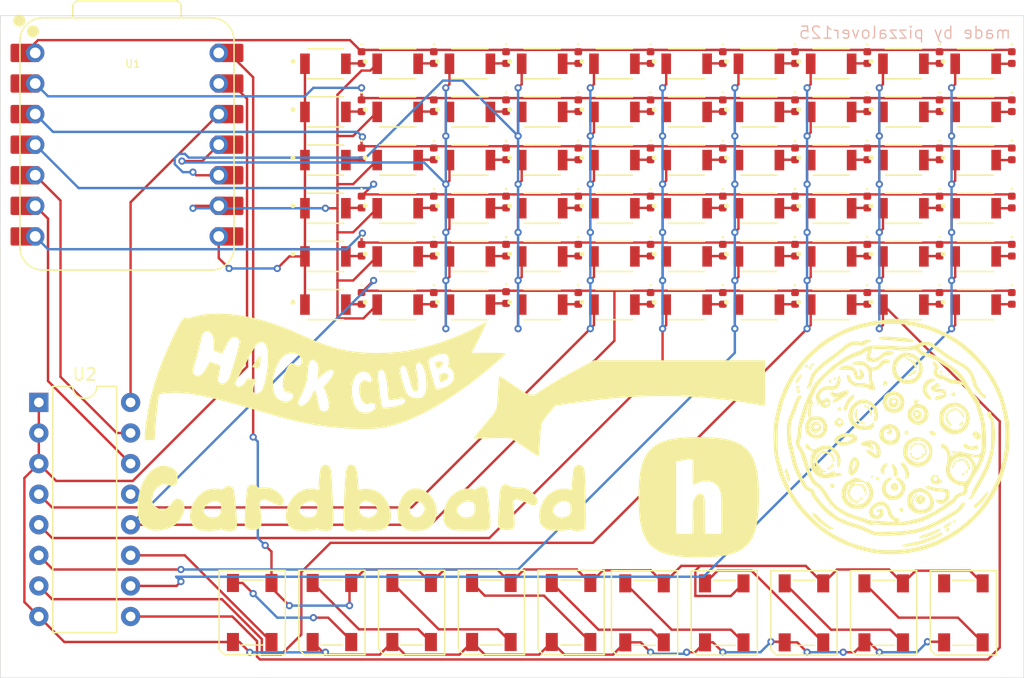
<source format=kicad_pcb>
(kicad_pcb (version 20240108) (generator "pcbnew") (generator_version "8.0")
  (layers (0 "F.Cu" signal) (31 "B.Cu" signal) (34 "B.Paste" user) (35 "F.Paste" user) (36 "B.SilkS" user "B.Silkscreen") (37 "F.SilkS" user "F.Silkscreen") (38 "B.Mask" user) (39 "F.Mask" user) (44 "Edge.Cuts" user))
  (net 0 "")
  (net 1 "SDA")
  (net 2 "GND")
  (net 3 "Net-(D61-A)")
  (net 4 "SCL")
  (net 5 "+5V")
  (net 6 "Net-(D1-A)")
  (net 7 "R1")
  (net 8 "R2")
  (net 9 "Net-(D2-A)")
  (net 10 "R3")
  (net 11 "Net-(D3-A)")
  (net 12 "Net-(D4-A)")
  (net 13 "R4")
  (net 14 "R5")
  (net 15 "Net-(D5-A)")
  (net 16 "Net-(D6-A)")
  (net 17 "Net-(D7-A)")
  (net 18 "Net-(D8-A)")
  (net 19 "Net-(D9-A)")
  (net 20 "Net-(D10-A)")
  (net 21 "Net-(D11-A)")
  (net 22 "Net-(D12-A)")
  (net 23 "Net-(D13-A)")
  (net 24 "Net-(D14-A)")
  (net 25 "Net-(D15-A)")
  (net 26 "Net-(D16-A)")
  (net 27 "Net-(D17-A)")
  (net 28 "Net-(D18-A)")
  (net 29 "Net-(D19-A)")
  (net 30 "Net-(D20-A)")
  (net 31 "Net-(D21-A)")
  (net 32 "Net-(D22-A)")
  (net 33 "Net-(D23-A)")
  (net 34 "Net-(D24-A)")
  (net 35 "Net-(D25-A)")
  (net 36 "Net-(D26-A)")
  (net 37 "Net-(D27-A)")
  (net 38 "Net-(D28-A)")
  (net 39 "Net-(D29-A)")
  (net 40 "Net-(D30-A)")
  (net 41 "Net-(D31-A)")
  (net 42 "Net-(D32-A)")
  (net 43 "Net-(D33-A)")
  (net 44 "Net-(D34-A)")
  (net 45 "Net-(D35-A)")
  (net 46 "Net-(D36-A)")
  (net 47 "Net-(D37-A)")
  (net 48 "Net-(D38-A)")
  (net 49 "Net-(D39-A)")
  (net 50 "Net-(D40-A)")
  (net 51 "Net-(D41-A)")
  (net 52 "Net-(D42-A)")
  (net 53 "Net-(D43-A)")
  (net 54 "Net-(D44-A)")
  (net 55 "Net-(D45-A)")
  (net 56 "Net-(D46-A)")
  (net 57 "Net-(D47-A)")
  (net 58 "Net-(D48-A)")
  (net 59 "Net-(D49-A)")
  (net 60 "Net-(D50-A)")
  (net 62 "C1")
  (net 63 "C2")
  (net 64 "C3")
  (net 65 "C4")
  (net 66 "C5")
  (net 67 "C6")
  (net 68 "C7")
  (net 69 "C8")
  (net 70 "C9")
  (net 71 "C10")
  (net 72 "+3V3")
  (net 73 "DIN")
  (net 74 "Net-(D51-DOUT)")
  (net 75 "Net-(D52-DOUT)")
  (net 76 "Net-(D53-DOUT)")
  (net 77 "Net-(D54-DOUT)")
  (net 78 "Net-(D55-DOUT)")
  (net 79 "Net-(D56-DOUT)")
  (net 80 "Net-(D57-DOUT)")
  (net 81 "Net-(D58-DOUT)")
  (net 82 "Net-(D59-DOUT)")
  (net 84 "R6")
  (net 85 "Net-(D62-A)")
  (net 86 "Net-(D63-A)")
  (net 87 "Net-(D64-A)")
  (net 88 "Net-(D65-A)")
  (net 89 "Net-(D66-A)")
  (net 90 "Net-(D67-A)")
  (net 91 "Net-(D68-A)")
  (net 92 "Net-(D69-A)")
  (net 93 "Net-(D70-A)")
  (footprint "Diode_SMD:D_0402_1005Metric" (layer "F.Cu") (at 194 43.485 -90)
    (property "Reference" "D21" (hide yes))
    (property "Value" "D" (hide yes))
  )
  (footprint "button:SW_B3U-1000P" (layer "F.Cu") (at 167 64)
    (property "Reference" "SW51" (hide yes))
    (property "Value" "SW_Push" (hide yes))
  )
  (footprint "button:SW_B3U-1000P" (layer "F.Cu") (at 185 52)
    (property "Reference" "SW18" (hide yes))
    (property "Value" "SW_Push" (hide yes))
  )
  (footprint "Diode_SMD:D_0402_1005Metric" (layer "F.Cu") (at 206 59.485 -90)
    (property "Reference" "D35" (hide yes))
    (property "Value" "D" (hide yes))
  )
  (footprint "button:SW_B3U-1000P" (layer "F.Cu") (at 167 48)
    (property "Reference" "SW2" (hide yes))
    (property "Value" "SW_Push" (hide yes))
  )
  (footprint "Diode_SMD:D_0402_1005Metric" (layer "F.Cu") (at 188 55.485 -90)
    (property "Reference" "D19" (hide yes))
    (property "Value" "D" (hide yes))
  )
  (footprint "Diode_SMD:D_0402_1005Metric" (layer "F.Cu") (at 206 63.485 -90)
    (property "Reference" "D67" (hide yes))
    (property "Value" "D" (hide yes))
  )
  (footprint "Diode_SMD:D_0402_1005Metric" (layer "F.Cu") (at 224 63.485 -90)
    (property "Reference" "D70" (hide yes))
    (property "Value" "D" (hide yes))
  )
  (footprint "button:SW_B3U-1000P" (layer "F.Cu") (at 185 48)
    (property "Reference" "SW17" (hide yes))
    (property "Value" "SW_Push" (hide yes))
  )
  (footprint "button:SW_B3U-1000P" (layer "F.Cu") (at 185 56)
    (property "Reference" "SW19" (hide yes))
    (property "Value" "SW_Push" (hide yes))
  )
  (footprint "Diode_SMD:D_0402_1005Metric" (layer "F.Cu") (at 200 63.485 -90)
    (property "Reference" "D66" (hide yes))
    (property "Value" "D" (hide yes))
  )
  (footprint "button:SW_B3U-1000P" (layer "F.Cu") (at 203 64)
    (property "Reference" "SW57" (hide yes))
    (property "Value" "SW_Push" (hide yes))
  )
  (footprint "button:SW_B3U-1000P" (layer "F.Cu") (at 173 60)
    (property "Reference" "SW10" (hide yes))
    (property "Value" "SW_Push" (hide yes))
  )
  (footprint "Diode_SMD:D_0402_1005Metric" (layer "F.Cu") (at 218 43.485 -90)
    (property "Reference" "D41" (hide yes))
    (property "Value" "D" (hide yes))
  )
  (footprint "button:SW_B3U-1000P" (layer "F.Cu") (at 197 44)
    (property "Reference" "SW26" (hide yes))
    (property "Value" "SW_Push" (hide yes))
  )
  (footprint "LOGO" (layer "F.Cu") (at 214 75)
    (property "Reference" "G***" (hide yes))
    (property "Value" "LOGO" (hide yes))
  )
  (footprint "LED_SMD:LED_SK6812_PLCC4_5.0x5.0mm_P3.2mm" (layer "F.Cu") (at 180.78 89.57 90)
    (property "Reference" "D54" (hide yes))
    (property "Value" "SK6812" (hide yes))
  )
  (footprint "Diode_SMD:D_0402_1005Metric" (layer "F.Cu") (at 188 59.485 -90)
    (property "Reference" "D20" (hide yes))
    (property "Value" "D" (hide yes))
  )
  (footprint "Diode_SMD:D_0402_1005Metric" (layer "F.Cu") (at 170 47.485 -90)
    (property "Reference" "D2" (hide yes))
    (property "Value" "D" (hide yes))
  )
  (footprint "LED_SMD:LED_SK6812_PLCC4_5.0x5.0mm_P3.2mm" (layer "F.Cu") (at 193.5 89.6 90)
    (property "Reference" "D56" (hide yes))
    (property "Value" "SK6812" (hide yes))
  )
  (footprint "button:SW_B3U-1000P" (layer "F.Cu") (at 185 60)
    (property "Reference" "SW20" (hide yes))
    (property "Value" "SW_Push" (hide yes))
  )
  (footprint "Diode_SMD:D_0402_1005Metric" (layer "F.Cu") (at 182 59.485 -90)
    (property "Reference" "D15" (hide yes))
    (property "Value" "D" (hide yes))
  )
  (footprint "button:SW_B3U-1000P" (layer "F.Cu") (at 221 60)
    (property "Reference" "SW50" (hide yes))
    (property "Value" "SW_Push" (hide yes))
  )
  (footprint "button:SW_B3U-1000P" (layer "F.Cu") (at 209 56)
    (property "Reference" "SW39" (hide yes))
    (property "Value" "SW_Push" (hide yes))
  )
  (footprint "Diode_SMD:D_0402_1005Metric" (layer "F.Cu") (at 206 55.485 -90)
    (property "Reference" "D34" (hide yes))
    (property "Value" "D" (hide yes))
  )
  (footprint "button:SW_B3U-1000P" (layer "F.Cu") (at 185 44)
    (property "Reference" "SW16" (hide yes))
    (property "Value" "SW_Push" (hide yes))
  )
  (footprint "Diode_SMD:D_0402_1005Metric" (layer "F.Cu") (at 224 43.485 -90)
    (property "Reference" "D46" (hide yes))
    (property "Value" "D" (hide yes))
  )
  (footprint "Diode_SMD:D_0402_1005Metric" (layer "F.Cu") (at 176 43.485 -90)
    (property "Reference" "D6" (hide yes))
    (property "Value" "D" (hide yes))
  )
  (footprint "Diode_SMD:D_0402_1005Metric" (layer "F.Cu") (at 212 55.485 -90)
    (property "Reference" "D39" (hide yes))
    (property "Value" "D" (hide yes))
  )
  (footprint "LOGO" (layer "F.Cu") (at 170 80)
    (property "Reference" "G***" (hide yes))
    (property "Value" "LOGO" (hide yes))
  )
  (footprint "button:SW_B3U-1000P" (layer "F.Cu") (at 215 56)
    (property "Reference" "SW44" (hide yes))
    (property "Value" "SW_Push" (hide yes))
  )
  (footprint "Diode_SMD:D_0402_1005Metric" (layer "F.Cu") (at 194 59.485 -90)
    (property "Reference" "D25" (hide yes))
    (property "Value" "D" (hide yes))
  )
  (footprint "button:SW_B3U-1000P" (layer "F.Cu") (at 173 44)
    (property "Reference" "SW6" (hide yes))
    (property "Value" "SW_Push" (hide yes))
  )
  (footprint "LED_SMD:LED_SK6812_PLCC4_5.0x5.0mm_P3.2mm" (layer "F.Cu") (at 187.4 89.57 90)
    (property "Reference" "D55" (hide yes))
    (property "Value" "SK6812" (hide yes))
  )
  (footprint "Diode_SMD:D_0402_1005Metric" (layer "F.Cu") (at 224 51.485 -90)
    (property "Reference" "D48" (hide yes))
    (property "Value" "D" (hide yes))
  )
  (footprint "Diode_SMD:D_0402_1005Metric" (layer "F.Cu") (at 200 47.485 -90)
    (property "Reference" "D27" (hide yes))
    (property "Value" "D" (hide yes))
  )
  (footprint "button:SW_B3U-1000P" (layer "F.Cu") (at 221 56)
    (property "Reference" "SW49" (hide yes))
    (property "Value" "SW_Push" (hide yes))
  )
  (footprint "button:SW_B3U-1000P" (layer "F.Cu") (at 179 60)
    (property "Reference" "SW15" (hide yes))
    (property "Value" "SW_Push" (hide yes))
  )
  (footprint "LED_SMD:LED_SK6812_PLCC4_5.0x5.0mm_P3.2mm" (layer "F.Cu") (at 174.16 89.57 90)
    (property "Reference" "D53" (hide yes))
    (property "Value" "SK6812" (hide yes))
  )
  (footprint "Diode_SMD:D_0402_1005Metric" (layer "F.Cu") (at 194 47.485 -90)
    (property "Reference" "D22" (hide yes))
    (property "Value" "D" (hide yes))
  )
  (footprint "Diode_SMD:D_0402_1005Metric" (layer "F.Cu") (at 212 43.485 -90)
    (property "Reference" "D36" (hide yes))
    (property "Value" "D" (hide yes))
  )
  (footprint "button:SW_B3U-1000P" (layer "F.Cu") (at 203 52)
    (property "Reference" "SW33" (hide yes))
    (property "Value" "SW_Push" (hide yes))
  )
  (footprint "Diode_SMD:D_0402_1005Metric" (layer "F.Cu") (at 176 55.485 -90)
    (property "Reference" "D9" (hide yes))
    (property "Value" "D" (hide yes))
  )
  (footprint "Diode_SMD:D_0402_1005Metric" (layer "F.Cu") (at 188 63.485 -90)
    (property "Reference" "D64" (hide yes))
    (property "Value" "D" (hide yes))
  )
  (footprint "Diode_SMD:D_0402_1005Metric" (layer "F.Cu") (at 194 55.485 -90)
    (property "Reference" "D24" (hide yes))
    (property "Value" "D" (hide yes))
  )
  (footprint "Diode_SMD:D_0402_1005Metric" (layer "F.Cu") (at 206 51.485 -90)
    (property "Reference" "D33" (hide yes))
    (property "Value" "D" (hide yes))
  )
  (footprint "button:SW_B3U-1000P" (layer "F.Cu") (at 209 44)
    (property "Reference" "SW36" (hide yes))
    (property "Value" "SW_Push" (hide yes))
  )
  (footprint "button:SW_B3U-1000P" (layer "F.Cu") (at 203 48)
    (property "Reference" "SW32" (hide yes))
    (property "Value" "SW_Push" (hide yes))
  )
  (footprint "button:SW_B3U-1000P" (layer "F.Cu") (at 215 48)
    (property "Reference" "SW42" (hide yes))
    (property "Value" "SW_Push" (hide yes))
  )
  (footprint "LED_SMD:LED_SK6812_PLCC4_5.0x5.0mm_P3.2mm" (layer "F.Cu") (at 219.98 89.6 90)
    (property "Reference" "D60" (hide yes))
    (property "Value" "SK6812" (hide yes))
  )
  (footprint "Diode_SMD:D_0402_1005Metric" (layer "F.Cu") (at 200 43.485 -90)
    (property "Reference" "D26" (hide yes))
    (property "Value" "D" (hide yes))
  )
  (footprint "Diode_SMD:D_0402_1005Metric" (layer "F.Cu") (at 218 63.485 -90)
    (property "Reference" "D69" (hide yes))
    (property "Value" "D" (hide yes))
  )
  (footprint "button:SW_B3U-1000P" (layer "F.Cu") (at 167 44)
    (property "Reference" "SW1" (hide yes))
    (property "Value" "SW_Push" (hide yes))
  )
  (footprint "Diode_SMD:D_0402_1005Metric" (layer "F.Cu") (at 218 59.485 -90)
    (property "Reference" "D45" (hide yes))
    (property "Value" "D" (hide yes))
  )
  (footprint "button:SW_B3U-1000P" (layer "F.Cu") (at 197 56)
    (property "Reference" "SW29" (hide yes))
    (property "Value" "SW_Push" (hide yes))
  )
  (footprint "button:SW_B3U-1000P" (layer "F.Cu") (at 179 48)
    (property "Reference" "SW12" (hide yes))
    (property "Value" "SW_Push" (hide yes))
  )
  (footprint "Diode_SMD:D_0402_1005Metric" (layer "F.Cu") (at 188 51.485 -90)
    (property "Reference" "D18" (hide yes))
    (property "Value" "D" (hide yes))
  )
  (footprint "Diode_SMD:D_0402_1005Metric" (layer "F.Cu") (at 170 51.485 -90)
    (property "Reference" "D3" (hide yes))
    (property "Value" "D" (hide yes))
  )
  (footprint "LED_SMD:LED_SK6812_PLCC4_5.0x5.0mm_P3.2mm" (layer "F.Cu") (at 200.12 89.6 90)
    (property "Reference" "D57" (hide yes))
    (property "Value" "SK6812" (hide yes))
  )
  (footprint "LOGO" (layer "F.Cu") (at 191 81.128996)
    (property "Reference" "G***" (hide yes))
    (property "Value" "LOGO" (hide yes))
  )
  (footprint "button:SW_B3U-1000P" (layer "F.Cu") (at 215 60)
    (property "Reference" "SW45" (hide yes))
    (property "Value" "SW_Push" (hide yes))
  )
  (footprint "Package_DIP:DIP-16_W7.62mm" (layer "F.Cu") (at 143.2 72.125)
    (property "Reference" "U2")
    (property "Value" "PCF8574AP")
  )
  (footprint "button:SW_B3U-1000P" (layer "F.Cu") (at 179 44)
    (property "Reference" "SW11" (hide yes))
    (property "Value" "SW_Push" (hide yes))
  )
  (footprint "button:SW_B3U-1000P" (layer "F.Cu") (at 209 52)
    (property "Reference" "SW38" (hide yes))
    (property "Value" "SW_Push" (hide yes))
  )
  (footprint "button:SW_B3U-1000P" (layer "F.Cu") (at 191 52)
    (property "Reference" "SW23" (hide yes))
    (property "Value" "SW_Push" (hide yes))
  )
  (footprint "LED_SMD:LED_SK6812_PLCC4_5.0x5.0mm_P3.2mm" (layer "F.Cu") (at 213.36 89.6 90)
    (property "Reference" "D59" (hide yes))
    (property "Value" "SK6812" (hide yes))
  )
  (footprint "button:SW_B3U-1000P" (layer "F.Cu") (at 221 48)
    (property "Reference" "SW47" (hide yes))
    (property "Value" "SW_Push" (hide yes))
  )
  (footprint "button:SW_B3U-1000P" (layer "F.Cu") (at 215 44)
    (property "Reference" "SW41" (hide yes))
    (property "Value" "SW_Push" (hide yes))
  )
  (footprint "Diode_SMD:D_0402_1005Metric" (layer "F.Cu") (at 182 55.485 -90)
    (property "Reference" "D14" (hide yes))
    (property "Value" "D" (hide yes))
  )
  (footprint "Diode_SMD:D_0402_1005Metric" (layer "F.Cu") (at 194 63.485 -90)
    (property "Reference" "D65" (hide yes))
    (property "Value" "D" (hide yes))
  )
  (footprint "button:SW_B3U-1000P" (layer "F.Cu") (at 209 48)
    (property "Reference" "SW37" (hide yes))
    (property "Value" "SW_Push" (hide yes))
  )
  (footprint "Diode_SMD:D_0402_1005Metric" (layer "F.Cu") (at 188 43.485 -90)
    (property "Reference" "D16" (hide yes))
    (property "Value" "D" (hide yes))
  )
  (footprint "Diode_SMD:D_0402_1005Metric" (layer "F.Cu") (at 206 47.485 -90)
    (property "Reference" "D32" (hide yes))
    (property "Value" "D" (hide yes))
  )
  (footprint "Diode_SMD:D_0402_1005Metric" (layer "F.Cu") (at 224 47.485 -90)
    (property "Reference" "D47" (hide yes))
    (property "Value" "D" (hide yes))
  )
  (footprint "LED_SMD:LED_SK6812_PLCC4_5.0x5.0mm_P3.2mm" (layer "F.Cu") (at 160.92 89.57 90)
    (property "Reference" "D51" (hide yes))
    (property "Value" "SK6812" (hide yes))
  )
  (footprint "Diode_SMD:D_0402_1005Metric" (layer "F.Cu") (at 218 51.485 -90)
    (property "Reference" "D43" (hide yes))
    (property "Value" "D" (hide yes))
  )
  (footprint "Diode_SMD:D_0402_1005Metric" (layer "F.Cu") (at 212 59.485 -90)
    (property "Reference" "D40" (hide yes))
    (property "Value" "D" (hide yes))
  )
  (footprint "Diode_SMD:D_0402_1005Metric" (layer "F.Cu") (at 206 43.485 -90)
    (property "Reference" "D31" (hide yes))
    (property "Value" "D" (hide yes))
  )
  (footprint "Diode_SMD:D_0402_1005Metric" (layer "F.Cu") (at 224 59.485 -90)
    (property "Reference" "D50" (hide yes))
    (property "Value" "D" (hide yes))
  )
  (footprint "Diode_SMD:D_0402_1005Metric" (layer "F.Cu") (at 200 55.485 -90)
    (property "Reference" "D29" (hide yes))
    (property "Value" "D" (hide yes))
  )
  (footprint "button:SW_B3U-1000P" (layer "F.Cu") (at 167 60)
    (property "Reference" "SW5" (hide yes))
    (property "Value" "SW_Push" (hide yes))
  )
  (footprint "button:SW_B3U-1000P" (layer "F.Cu") (at 221 64)
    (property "Reference" "SW60" (hide yes))
    (property "Value" "SW_Push" (hide yes))
  )
  (footprint "LOGO" (layer "F.Cu") (at 167 70)
    (property "Reference" "G***" (hide yes))
    (property "Value" "LOGO" (hide yes))
  )
  (footprint "button:SW_B3U-1000P" (layer "F.Cu") (at 191 60)
    (property "Reference" "SW25" (hide yes))
    (property "Value" "SW_Push" (hide yes))
  )
  (footprint "button:SW_B3U-1000P" (layer "F.Cu") (at 203 56)
    (property "Reference" "SW34" (hide yes))
    (property "Value" "SW_Push" (hide yes))
  )
  (footprint "button:SW_B3U-1000P" (layer "F.Cu") (at 191 48)
    (property "Reference" "SW22" (hide yes))
    (property "Value" "SW_Push" (hide yes))
  )
  (footprint "Diode_SMD:D_0402_1005Metric" (layer "F.Cu") (at 224 55.485 -90)
    (property "Reference" "D49" (hide yes))
    (property "Value" "D" (hide yes))
  )
  (footprint "Diode_SMD:D_0402_1005Metric" (layer "F.Cu") (at 176 51.485 -90)
    (property "Reference" "D8" (hide yes))
    (property "Value" "D" (hide yes))
  )
  (footprint "Diode_SMD:D_0402_1005Metric" (layer "F.Cu") (at 188 47.485 -90)
    (property "Reference" "D17" (hide yes))
    (property "Value" "D" (hide yes))
  )
  (footprint "button:SW_B3U-1000P" (layer "F.Cu") (at 191 64)
    (property "Reference" "SW55" (hide yes))
    (property "Value" "SW_Push" (hide yes))
  )
  (footprint "button:SW_B3U-1000P" (layer "F.Cu") (at 209 60)
    (property "Reference" "SW40" (hide yes))
    (property "Value" "SW_Push" (hide yes))
  )
  (footprint "Diode_SMD:D_0402_1005Metric" (layer "F.Cu") (at 218 47.485 -90)
    (property "Reference" "D42" (hide yes))
    (property "Value" "D" (hide yes))
  )
  (footprint "Diode_SMD:D_0402_1005Metric" (layer "F.Cu") (at 200 59.485 -90)
    (property "Reference" "D30" (hide yes))
    (property "Value" "D" (hide yes))
  )
  (footprint "Diode_SMD:D_0402_1005Metric" (layer "F.Cu") (at 170 59.485 -90)
    (property "Reference" "D5" (hide yes))
    (property "Value" "D" (hide yes))
  )
  (footprint "Diode_SMD:D_0402_1005Metric" (layer "F.Cu") (at 176 59.485 -90)
    (property "Reference" "D10" (hide yes))
    (property "Value" "D" (hide yes))
  )
  (footprint "LED_SMD:LED_SK6812_PLCC4_5.0x5.0mm_P3.2mm" (layer "F.Cu") (at 167.54 89.57 90)
    (property "Reference" "D52" (hide yes))
    (property "Value" "SK6812" (hide yes))
  )
  (footprint "Diode_SMD:D_0402_1005Metric" (layer "F.Cu") (at 212 51.485 -90)
    (property "Reference" "D38" (hide yes))
    (property "Value" "D" (hide yes))
  )
  (footprint "Diode_SMD:D_0402_1005Metric" (layer "F.Cu") (at 212 47.485 -90)
    (property "Reference" "D37" (hide yes))
    (property "Value" "D" (hide yes))
  )
  (footprint "button:SW_B3U-1000P" (layer "F.Cu") (at 197 52)
    (property "Reference" "SW28" (hide yes))
    (property "Value" "SW_Push" (hide yes))
  )
  (footprint "button:SW_B3U-1000P" (layer "F.Cu") (at 221 52)
    (property "Reference" "SW48" (hide yes))
    (property "Value" "SW_Push" (hide yes))
  )
  (footprint "button:SW_B3U-1000P" (layer "F.Cu") (at 173 64)
    (property "Reference" "SW52" (hide yes))
    (property "Value" "SW_Push" (hide yes))
  )
  (footprint "button:SW_B3U-1000P" (layer "F.Cu") (at 167 56)
    (property "Reference" "SW4" (hide yes))
    (property "Value" "SW_Push" (hide yes))
  )
  (footprint "button:SW_B3U-1000P" (layer "F.Cu") (at 185 64)
    (property "Reference" "SW54" (hide yes))
    (property "Value" "SW_Push" (hide yes))
  )
  (footprint "Diode_SMD:D_0402_1005Metric" (layer "F.Cu") (at 182 63.415 -90)
    (property "Reference" "D63" (hide yes))
    (property "Value" "D" (hide yes))
  )
  (footprint "button:SW_B3U-1000P" (layer "F.Cu") (at 179 52)
    (property "Reference" "SW13" (hide yes))
    (property "Value" "SW_Push" (hide yes))
  )
  (footprint "button:SW_B3U-1000P" (layer "F.Cu") (at 173 56)
    (property "Reference" "SW9" (hide yes))
    (property "Value" "SW_Push" (hide yes))
  )
  (footprint "Diode_SMD:D_0402_1005Metric" (layer "F.Cu") (at 170 43.485 -90)
    (property "Reference" "D1" (hide yes))
    (property "Value" "D" (hide yes))
  )
  (footprint "button:SW_B3U-1000P" (layer "F.Cu") (at 191 56)
    (property "Reference" "SW24" (hide yes))
    (property "Value" "SW_Push" (hide yes))
  )
  (footprint "button:SW_B3U-1000P" (layer "F.Cu") (at 191 44)
    (property "Reference" "SW21" (hide yes))
    (property "Value" "SW_Push" (hide yes))
  )
  (footprint "Diode_SMD:D_0402_1005Metric" (layer "F.Cu") (at 194 51.485 -90)
    (property "Reference" "D23" (hide yes))
    (property "Value" "D" (hide yes))
  )
  (footprint "button:SW_B3U-1000P" (layer "F.Cu") (at 197 48)
    (property "Reference" "SW27" (hide yes))
    (property "Value" "SW_Push" (hide yes))
  )
  (footprint "button:SW_B3U-1000P" (layer "F.Cu") (at 203 44)
    (property "Reference" "SW31" (hide yes))
    (property "Value" "SW_Push" (hide yes))
  )
  (footprint "Diode_SMD:D_0402_1005Metric" (layer "F.Cu") (at 200 51.485 -90)
    (property "Reference" "D28" (hide yes))
    (property "Value" "D" (hide yes))
  )
  (footprint "Diode_SMD:D_0402_1005Metric" (layer "F.Cu") (at 182 43.485 -90)
    (property "Reference" "D11" (hide yes))
    (property "Value" "D" (hide yes))
  )
  (footprint "Diode_SMD:D_0402_1005Metric" (layer "F.Cu") (at 212 63.485 -90)
    (property "Reference" "D68" (hide yes))
    (property "Value" "D" (hide yes))
  )
  (footprint "button:SW_B3U-1000P" (layer "F.Cu") (at 179 56)
    (property "Reference" "SW14" (hide yes))
    (property "Value" "SW_Push" (hide yes))
  )
  (footprint "Diode_SMD:D_0402_1005Metric" (layer "F.Cu") (at 170 63.485 -90)
    (property "Reference" "D61" (hide yes))
    (property "Value" "D" (hide yes))
  )
  (footprint "button:SW_B3U-1000P" (layer "F.Cu") (at 197 60)
    (property "Reference" "SW30" (hide yes))
    (property "Value" "SW_Push" (hide yes))
  )
  (footprint "button:SW_B3U-1000P" (layer "F.Cu") (at 215 52)
    (property "Reference" "SW43" (hide yes))
    (property "Value" "SW_Push" (hide yes))
  )
  (footprint "Diode_SMD:D_0402_1005Metric" (layer "F.Cu") (at 182 51.485 -90)
    (property "Reference" "D13" (hide yes))
    (property "Value" "D" (hide yes))
  )
  (footprint "Diode_SMD:D_0402_1005Metric" (layer "F.Cu") (at 170 55.485 -90)
    (property "Reference" "D4" (hide yes))
    (property "Value" "D" (hide yes))
  )
  (footprint "button:SW_B3U-1000P" (layer "F.Cu") (at 173 48)
    (property "Reference" "SW7" (hide yes))
    (property "Value" "SW_Push" (hide yes))
  )
  (footprint "button:SW_B3U-1000P" (layer "F.Cu") (at 203 60)
    (property "Reference" "SW35" (hide yes))
    (property "Value" "SW_Push" (hide yes))
  )
  (footprint "button:SW_B3U-1000P" (layer "F.Cu") (at 179 64)
    (property "Reference" "SW53" (hide yes))
    (property "Value" "SW_Push" (hide yes))
  )
  (footprint "button:SW_B3U-1000P" (layer "F.Cu") (at 167 52)
    (property "Reference" "SW3" (hide yes))
    (property "Value" "SW_Push" (hide yes))
  )
  (footprint "button:SW_B3U-1000P" (layer "F.Cu") (at 173 52)
    (property "Reference" "SW8" (hide yes))
    (property "Value" "SW_Push" (hide yes))
  )
  (footprint "Diode_SMD:D_0402_1005Metric" (layer "F.Cu") (at 218 55.485 -90)
    (property "Reference" "D44" (hide yes))
    (property "Value" "D" (hide yes))
  )
  (footprint "button:SW_B3U-1000P" (layer "F.Cu") (at 209 64)
    (property "Reference" "SW58" (hide yes))
    (property "Value" "SW_Push" (hide yes))
  )
  (footprint "button:SW_B3U-1000P" (layer "F.Cu") (at 221 44)
    (property "Reference" "SW46" (hide yes))
    (property "Value" "SW_Push" (hide yes))
  )
  (footprint "LED_SMD:LED_SK6812_PLCC4_5.0x5.0mm_P3.2mm" (layer "F.Cu") (at 206.74 89.6 90)
    (property "Reference" "D58" (hide yes))
    (property "Value" "SK6812" (hide yes))
  )
  (footprint "button:SW_B3U-1000P" (layer "F.Cu") (at 215 64)
    (property "Reference" "SW59" (hide yes))
    (property "Value" "SW_Push" (hide yes))
  )
  (footprint "button:SW_B3U-1000P" (layer "F.Cu") (at 197 64)
    (property "Reference" "SW56" (hide yes))
    (property "Value" "SW_Push" (hide yes))
  )
  (footprint "xiao:XIAO-RP2040-DIP" (layer "F.Cu") (at 150.52 50.72)
    (property "Reference" "U1")
    (property "Value" "XIAO-RP2040-DIP")
  )
  (footprint "Diode_SMD:D_0402_1005Metric" (layer "F.Cu") (at 176 63.485 -90)
    (property "Reference" "D62" (hide yes))
    (property "Value" "D" (hide yes))
  )
  (footprint "Diode_SMD:D_0402_1005Metric" (layer "F.Cu") (at 182 47.485 -90)
    (property "Reference" "D12" (hide yes))
    (property "Value" "D" (hide yes))
  )
  (footprint "Diode_SMD:D_0402_1005Metric" (layer "F.Cu") (at 176 47.485 -90)
    (property "Reference" "D7" (hide yes))
    (property "Value" "D" (hide yes))
  )
  (footprint "LOGO" (layer "F.Cu") (at 198 80)
    (property "Reference" "G***" (hide yes))
    (property "Value" "LOGO" (hide yes))
  )
  (gr_rect (start 140 40) (end 225 95) (stroke (width 0.05)) (fill none) (layer "Edge.Cuts"))
  (gr_text "made by pizzalover125" (at 224 42 0) (layer "B.SilkS") (effects (font (size 1 1) (thickness 0.1)) (justify left bottom mirror)))
  (segment (start 145 55.36) (end 145 70) (width 0.2) (layer "F.Cu") (net 1))
  (segment (start 142.9 53.26) (end 145 55.36) (width 0.2) (layer "F.Cu") (net 1))
  (segment (start 145 70) (end 149.665 74.665) (width 0.2) (layer "F.Cu") (net 1))
  (segment (start 149.665 74.665) (end 150.82 74.665) (width 0.2) (layer "F.Cu") (net 1))
  (segment (start 205.09 92) (end 205.14 92.05) (width 0.2) (layer "F.Cu") (net 2))
  (segment (start 191.9 92.05) (end 193.18 92.05) (width 0.2) (layer "F.Cu") (net 2))
  (segment (start 197 92.87) (end 197.7 92.87) (width 0.2) (layer "F.Cu") (net 2))
  (segment (start 159.21763 45.64) (end 160.491 46.91337) (width 0.2) (layer "F.Cu") (net 2))
  (segment (start 166.79 92.87) (end 165.94 92.02) (width 0.2) (layer "F.Cu") (net 2))
  (segment (start 142 88.705) (end 143.2 89.905) (width 0.2) (layer "F.Cu") (net 2))
  (segment (start 160.491 69.154) (end 151 78.645) (width 0.2) (layer "F.Cu") (net 2))
  (segment (start 212.18 92.05) (end 213 92.87) (width 0.2) (layer "F.Cu") (net 2))
  (segment (start 167 92.87) (end 166.79 92.87) (width 0.2) (layer "F.Cu") (net 2))
  (segment (start 143.2 89.905) (end 145.315 92.02) (width 0.2) (layer "F.Cu") (net 2))
  (segment (start 217 92) (end 218.33 92) (width 0.2) (layer "F.Cu") (net 2))
  (segment (start 159.860133 92.02) (end 160.72 92.879867) (width 0.2) (layer "F.Cu") (net 2))
  (segment (start 185.8 92.02) (end 184.75 93.07) (width 0.2) (layer "F.Cu") (net 2))
  (segment (start 210.94 92.87) (end 211.76 92.05) (width 0.2) (layer "F.Cu") (net 2))
  (segment (start 158.14 45.64) (end 159.21763 45.64) (width 0.2) (layer "F.Cu") (net 2))
  (segment (start 199.18 92.05) (end 200 92.87) (width 0.2) (layer "F.Cu") (net 2))
  (segment (start 167.2 93.07) (end 171.51 93.07) (width 0.2) (layer "F.Cu") (net 2))
  (segment (start 144.64 78.645) (end 143.2 77.205) (width 0.2) (layer "F.Cu") (net 2))
  (segment (start 190.88 93.07) (end 191.9 92.05) (width 0.2) (layer "F.Cu") (net 2))
  (segment (start 151 78.645) (end 144.64 78.645) (width 0.2) (layer "F.Cu") (net 2))
  (segment (start 143.2 72.125) (end 143.2 77.205) (width 0.2) (layer "F.Cu") (net 2))
  (segment (start 178.13 93.07) (end 173.61 93.07) (width 0.2) (layer "F.Cu") (net 2))
  (segment (start 218.33 92) (end 218.38 92.05) (width 0.2) (layer "F.Cu") (net 2))
  (segment (start 143.2 77.205) (end 142 78.405) (width 0.2) (layer "F.Cu") (net 2))
  (segment (start 205.14 92.05) (end 206.18 92.05) (width 0.2) (layer "F.Cu") (net 2))
  (segment (start 197.7 92.87) (end 198.52 92.05) (width 0.2) (layer "F.Cu") (net 2))
  (segment (start 211.76 92.05) (end 212.18 92.05) (width 0.2) (layer "F.Cu") (net 2))
  (segment (start 184.75 93.07) (end 180.23 93.07) (width 0.2) (layer "F.Cu") (net 2))
  (segment (start 204 92) (end 205.09 92) (width 0.2) (layer "F.Cu") (net 2))
  (segment (start 198.52 92.05) (end 199.18 92.05) (width 0.2) (layer "F.Cu") (net 2))
  (segment (start 145.315 92.02) (end 159.32 92.02) (width 0.2) (layer "F.Cu") (net 2))
  (segment (start 185.8 92.02) (end 186.85 93.07) (width 0.2) (layer "F.Cu") (net 2))
  (segment (start 186.85 93.07) (end 190.88 93.07) (width 0.2) (layer "F.Cu") (net 2))
  (segment (start 173.61 93.07) (end 172.56 92.02) (width 0.2) (layer "F.Cu") (net 2))
  (segment (start 179.18 92.02) (end 178.13 93.07) (width 0.2) (layer "F.Cu") (net 2))
  (segment (start 210 92.87) (end 210.94 92.87) (width 0.2) (layer "F.Cu") (net 2))
  (segment (start 160.491 46.91337) (end 160.491 69.154) (width 0.2) (layer "F.Cu") (net 2))
  (segment (start 193.18 92.05) (end 194 92.87) (width 0.2) (layer "F.Cu") (net 2))
  (segment (start 159.32 92.02) (end 159.860133 92.02) (width 0.2) (layer "F.Cu") (net 2))
  (segment (start 206.18 92.05) (end 207 92.87) (width 0.2) (layer "F.Cu") (net 2))
  (segment (start 171.51 93.07) (end 172.56 92.02) (width 0.2) (layer "F.Cu") (net 2))
  (segment (start 180.23 93.07) (end 179.18 92.02) (width 0.2) (layer "F.Cu") (net 2))
  (segment (start 167 92.87) (end 167.2 93.07) (width 0.2) (layer "F.Cu") (net 2))
  (segment (start 142 78.405) (end 142 88.705) (width 0.2) (layer "F.Cu") (net 2))
  (via (at 194 92.87) (size 0.6) (drill 0.3) (layers "F.Cu" "B.Cu") (net 2))
  (via (at 160.72 92.879867) (size 0.6) (drill 0.3) (layers "F.Cu" "B.Cu") (net 2))
  (via (at 200 92.87) (size 0.6) (drill 0.3) (layers "F.Cu" "B.Cu") (net 2))
  (via (at 210 92.87) (size 0.6) (drill 0.3) (layers "F.Cu" "B.Cu") (net 2))
  (via (at 197 92.87) (size 0.6) (drill 0.3) (layers "F.Cu" "B.Cu") (net 2))
  (via (at 213 92.87) (size 0.6) (drill 0.3) (layers "F.Cu" "B.Cu") (net 2))
  (via (at 217 92) (size 0.6) (drill 0.3) (layers "F.Cu" "B.Cu") (net 2))
  (via (at 207 92.87) (size 0.6) (drill 0.3) (layers "F.Cu" "B.Cu") (net 2))
  (via (at 167 92.87) (size 0.6) (drill 0.3) (layers "F.Cu" "B.Cu") (net 2))
  (via (at 204 92) (size 0.6) (drill 0.3) (layers "F.Cu" "B.Cu") (net 2))
  (segment (start 216.13 92.87) (end 217 92) (width 0.2) (layer "B.Cu") (net 2))
  (segment (start 166.990133 92.879867) (end 167 92.87) (width 0.2) (layer "B.Cu") (net 2))
  (segment (start 196.87 93) (end 197 92.87) (width 0.2) (layer "B.Cu") (net 2))
  (segment (start 207 92.87) (end 210 92.87) (width 0.2) (layer "B.Cu") (net 2))
  (segment (start 213 92.87) (end 216.13 92.87) (width 0.2) (layer "B.Cu") (net 2))
  (segment (start 194.13 93) (end 196.87 93) (width 0.2) (layer "B.Cu") (net 2))
  (segment (start 200 92.87) (end 203.13 92.87) (width 0.2) (layer "B.Cu") (net 2))
  (segment (start 160.72 92.879867) (end 166.990133 92.879867) (width 0.2) (layer "B.Cu") (net 2))
  (segment (start 203.13 92.87) (end 204 92) (width 0.2) (layer "B.Cu") (net 2))
  (segment (start 194 92.87) (end 194.13 93) (width 0.2) (layer "B.Cu") (net 2))
  (segment (start 168.73 63.97) (end 168.7 64) (width 0.2) (layer "F.Cu") (net 3))
  (segment (start 170 63.97) (end 168.73 63.97) (width 0.2) (layer "F.Cu") (net 3))
  (segment (start 143.962 70.347) (end 150.82 77.205) (width 0.2) (layer "F.Cu") (net 4))
  (segment (start 143.962 56.862) (end 143.962 70.347) (width 0.2) (layer "F.Cu") (net 4))
  (segment (start 142.9 55.8) (end 143.962 56.862) (width 0.2) (layer "F.Cu") (net 4))
  (segment (start 206.89 85.7) (end 208.34 87.15) (width 0.2) (layer "F.Cu") (net 5))
  (segment (start 198.12 85.7) (end 199 85.7) (width 0.2) (layer "F.Cu") (net 5))
  (segment (start 162.52 87.12) (end 162.52 87.52) (width 0.2) (layer "F.Cu") (net 5))
  (segment (start 175.76 87.12) (end 174.64 86) (width 0.2) (layer "F.Cu") (net 5))
  (segment (start 199 85.7) (end 206.89 85.7) (width 0.2) (layer "F.Cu") (net 5))
  (segment (start 195.1 87.15) (end 196.55 85.7) (width 0.2) (layer "F.Cu") (net 5))
  (segment (start 216.01 86.1) (end 220.53 86.1) (width 0.2) (layer "F.Cu") (net 5))
  (segment (start 174.64 86) (end 170.26 86) (width 0.2) (layer "F.Cu") (net 5))
  (segment (start 200.67 88.2) (end 197.72 88.2) (width 0.2) (layer "F.Cu") (net 5))
  (segment (start 196.55 85.7) (end 199 85.7) (width 0.2) (layer "F.Cu") (net 5))
  (segment (start 194.02 86.07) (end 190.05 86.07) (width 0.2) (layer "F.Cu") (net 5))
  (segment (start 213.81 86) (end 214.96 87.15) (width 0.2) (layer "F.Cu") (net 5))
  (segment (start 162.52 84.52) (end 162 84) (width 0.2) (layer "F.Cu") (net 5))
  (segment (start 182.38 87.12) (end 181.26 86) (width 0.2) (layer "F.Cu") (net 5))
  (segment (start 183.5 86) (end 182.38 87.12) (width 0.2) (layer "F.Cu") (net 5))
  (segment (start 169 87.26) (end 169.14 87.12) (width 0.2) (layer "F.Cu") (net 5))
  (segment (start 189 87.12) (end 187.88 86) (width 0.2) (layer "F.Cu") (net 5))
  (segment (start 187.88 86) (end 183.5 86) (width 0.2) (layer "F.Cu") (net 5))
  (segment (start 161 45.125) (end 158.975 43.1) (width 0.2) (layer "F.Cu") (net 5))
  (segment (start 170.26 86) (end 169.14 87.12) (width 0.2) (layer "F.Cu") (net 5))
  (segment (start 197.72 88.2) (end 197.72 86.1) (width 0.2) (layer "F.Cu") (net 5))
  (segment (start 176.88 86) (end 175.76 87.12) (width 0.2) (layer "F.Cu") (net 5))
  (segment (start 208.34 87.15) (end 209.49 86) (width 0.2) (layer "F.Cu") (net 5))
  (segment (start 162.52 87.52) (end 164 89) (width 0.2) (layer "F.Cu") (net 5))
  (segment (start 220.53 86.1) (end 221.58 87.15) (width 0.2) (layer "F.Cu") (net 5))
  (segment (start 201.72 87.15) (end 200.67 88.2) (width 0.2) (layer "F.Cu") (net 5))
  (segment (start 197.72 86.1) (end 198.12 85.7) (width 0.2) (layer "F.Cu") (net 5))
  (segment (start 214.96 87.15) (end 216.01 86.1) (width 0.2) (layer "F.Cu") (net 5))
  (segment (start 195.1 87.15) (end 194.02 86.07) (width 0.2) (layer "F.Cu") (net 5))
  (segment (start 162.52 87.12) (end 162.52 84.52) (width 0.2) (layer "F.Cu") (net 5))
  (segment (start 190.05 86.07) (end 189 87.12) (width 0.2) (layer "F.Cu") (net 5))
  (segment (start 158.975 43.1) (end 158.14 43.1) (width 0.2) (layer "F.Cu") (net 5))
  (segment (start 169 89) (end 169 87.26) (width 0.2) (layer "F.Cu") (net 5))
  (segment (start 161 75) (end 161 45.125) (width 0.2) (layer "F.Cu") (net 5))
  (segment (start 209.49 86) (end 213.81 86) (width 0.2) (layer "F.Cu") (net 5))
  (segment (start 181.26 86) (end 176.88 86) (width 0.2) (layer "F.Cu") (net 5))
  (via (at 164 89) (size 0.6) (drill 0.3) (layers "F.Cu" "B.Cu") (net 5))
  (via (at 169 89) (size 0.6) (drill 0.3) (layers "F.Cu" "B.Cu") (net 5))
  (via (at 162 84) (size 0.6) (drill 0.3) (layers "F.Cu" "B.Cu") (net 5))
  (via (at 161 75) (size 0.6) (drill 0.3) (layers "F.Cu" "B.Cu") (net 5))
  (segment (start 161.385 75.385) (end 161 75) (width 0.2) (layer "B.Cu") (net 5))
  (segment (start 162 84) (end 161.385 83.385) (width 0.2) (layer "B.Cu") (net 5))
  (segment (start 164 89) (end 169 89) (width 0.2) (layer "B.Cu") (net 5))
  (segment (start 161.385 83.385) (end 161.385 75.385) (width 0.2) (layer "B.Cu") (net 5))
  (segment (start 168.73 43.97) (end 168.7 44) (width 0.2) (layer "F.Cu") (net 6))
  (segment (start 170 43.97) (end 168.73 43.97) (width 0.2) (layer "F.Cu") (net 6))
  (segment (start 169.038 42.038) (end 170 43) (width 0.2) (layer "F.Cu") (net 7))
  (segment (start 170 43) (end 170.15 42.85) (width 0.2) (layer "F.Cu") (net 7))
  (segment (start 223.85 42.85) (end 224 43) (width 0.2) (layer "F.Cu") (net 7))
  (segment (start 170.15 42.85) (end 223.85 42.85) (width 0.2) (layer "F.Cu") (net 7))
  (segment (start 143.127 42.038) (end 169.038 42.038) (width 0.2) (layer "F.Cu") (net 7))
  (segment (start 142.065 43.1) (end 143.127 42.038) (width 0.2) (layer "F.Cu") (net 7))
  (segment (start 170.15 46.85) (end 223.85 46.85) (width 0.2) (layer "F.Cu") (net 8))
  (segment (start 170 47) (end 170.15 46.85) (width 0.2) (layer "F.Cu") (net 8))
  (segment (start 223.85 46.85) (end 224 47) (width 0.2) (layer "F.Cu") (net 8))
  (segment (start 170 47) (end 170 46) (width 0.2) (layer "F.Cu") (net 8))
  (via (at 170 46) (size 0.6) (drill 0.3) (layers "F.Cu" "B.Cu") (net 8))
  (segment (start 143.962 46.702) (end 142.9 45.64) (width 0.2) (layer "B.Cu") (net 8))
  (segment (start 165.298 46.702) (end 143.962 46.702) (width 0.2) (layer "B.Cu") (net 8))
  (segment (start 166 46) (end 165.298 46.702) (width 0.2) (layer "B.Cu") (net 8))
  (segment (start 170 46) (end 166 46) (width 0.2) (layer "B.Cu") (net 8))
  (segment (start 170 47.97) (end 168.73 47.97) (width 0.2) (layer "F.Cu") (net 9))
  (segment (start 168.73 47.97) (end 168.7 48) (width 0.2) (layer "F.Cu") (net 9))
  (segment (start 170 51) (end 170 50.14853) (width 0.2) (layer "F.Cu") (net 10))
  (segment (start 224 51) (end 223.85 50.85) (width 0.2) (layer "F.Cu") (net 10))
  (segment (start 170.15 50.85) (end 170 51) (width 0.2) (layer "F.Cu") (net 10))
  (segment (start 223.85 50.85) (end 170.15 50.85) (width 0.2) (layer "F.Cu") (net 10))
  (segment (start 170 50.14853) (end 170.074265 50.074265) (width 0.2) (layer "F.Cu") (net 10))
  (via (at 170.074265 50.074265) (size 0.6) (drill 0.3) (layers "F.Cu" "B.Cu") (net 10))
  (segment (start 144.378 49.658) (end 142.9 48.18) (width 0.2) (layer "B.Cu") (net 10))
  (segment (start 169.658 49.658) (end 144.378 49.658) (width 0.2) (layer "B.Cu") (net 10))
  (segment (start 170.074265 50.074265) (end 169.658 49.658) (width 0.2) (layer "B.Cu") (net 10))
  (segment (start 169.97 52) (end 170 51.97) (width 0.2) (layer "F.Cu") (net 11))
  (segment (start 168.7 52) (end 169.97 52) (width 0.2) (layer "F.Cu") (net 11))
  (segment (start 170 55.97) (end 168.73 55.97) (width 0.2) (layer "F.Cu") (net 12))
  (segment (start 168.73 55.97) (end 168.7 56) (width 0.2) (layer "F.Cu") (net 12))
  (segment (start 170 55) (end 170.15 54.85) (width 0.2) (layer "F.Cu") (net 13))
  (segment (start 170 55) (end 171 54) (width 0.2) (layer "F.Cu") (net 13))
  (segment (start 170.15 54.85) (end 223.85 54.85) (width 0.2) (layer "F.Cu") (net 13))
  (segment (start 223.85 54.85) (end 224 55) (width 0.2) (layer "F.Cu") (net 13))
  (via (at 171 54) (size 0.6) (drill 0.3) (layers "F.Cu" "B.Cu") (net 13))
  (segment (start 146.502 54.322) (end 142.9 50.72) (width 0.2) (layer "B.Cu") (net 13))
  (segment (start 171 54) (end 170.678 54.322) (width 0.2) (layer "B.Cu") (net 13))
  (segment (start 170.678 54.322) (end 146.502 54.322) (width 0.2) (layer "B.Cu") (net 13))
  (segment (start 170 59) (end 170 58.14853) (width 0.2) (layer "F.Cu") (net 14))
  (segment (start 223.85 58.85) (end 170.15 58.85) (width 0.2) (layer "F.Cu") (net 14))
  (segment (start 170.15 58.85) (end 170 59) (width 0.2) (layer "F.Cu") (net 14))
  (segment (start 170 58.14853) (end 170.074265 58.074265) (width 0.2) (layer "F.Cu") (net 14))
  (segment (start 224 59) (end 223.85 58.85) (width 0.2) (layer "F.Cu") (net 14))
  (via (at 170.074265 58.074265) (size 0.6) (drill 0.3) (layers "F.Cu" "B.Cu") (net 14))
  (segment (start 143.962 59.402) (end 142.9 58.34) (width 0.2) (layer "B.Cu") (net 14))
  (segment (start 170.074265 58.074265) (end 168.74653 59.402) (width 0.2) (layer "B.Cu") (net 14))
  (segment (start 168.74653 59.402) (end 143.962 59.402) (width 0.2) (layer "B.Cu") (net 14))
  (segment (start 168.73 59.97) (end 168.7 60) (width 0.2) (layer "F.Cu") (net 15))
  (segment (start 170 59.97) (end 168.73 59.97) (width 0.2) (layer "F.Cu") (net 15))
  (segment (start 174.73 43.97) (end 174.7 44) (width 0.2) (layer "F.Cu") (net 16))
  (segment (start 176 43.97) (end 174.73 43.97) (width 0.2) (layer "F.Cu") (net 16))
  (segment (start 174.73 47.97) (end 174.7 48) (width 0.2) (layer "F.Cu") (net 17))
  (segment (start 176 47.97) (end 174.73 47.97) (width 0.2) (layer "F.Cu") (net 17))
  (segment (start 174.73 51.97) (end 174.7 52) (width 0.2) (layer "F.Cu") (net 18))
  (segment (start 176 51.97) (end 174.73 51.97) (width 0.2) (layer "F.Cu") (net 18))
  (segment (start 174.73 55.97) (end 174.7 56) (width 0.2) (layer "F.Cu") (net 19))
  (segment (start 176 55.97) (end 174.73 55.97) (width 0.2) (layer "F.Cu") (net 19))
  (segment (start 174.73 59.97) (end 174.7 60) (width 0.2) (layer "F.Cu") (net 20))
  (segment (start 176 59.97) (end 174.73 59.97) (width 0.2) (layer "F.Cu") (net 20))
  (segment (start 182 43.97) (end 180.73 43.97) (width 0.2) (layer "F.Cu") (net 21))
  (segment (start 180.73 43.97) (end 180.7 44) (width 0.2) (layer "F.Cu") (net 21))
  (segment (start 180.73 47.97) (end 180.7 48) (width 0.2) (layer "F.Cu") (net 22))
  (segment (start 182 47.97) (end 180.73 47.97) (width 0.2) (layer "F.Cu") (net 22))
  (segment (start 182 51.97) (end 180.73 51.97) (width 0.2) (layer "F.Cu") (net 23))
  (segment (start 180.73 51.97) (end 180.7 52) (width 0.2) (layer "F.Cu") (net 23))
  (segment (start 180.73 55.97) (end 180.7 56) (width 0.2) (layer "F.Cu") (net 24))
  (segment (start 182 55.97) (end 180.73 55.97) (width 0.2) (layer "F.Cu") (net 24))
  (segment (start 180.73 59.97) (end 180.7 60) (width 0.2) (layer "F.Cu") (net 25))
  (segment (start 182 59.97) (end 180.73 59.97) (width 0.2) (layer "F.Cu") (net 25))
  (segment (start 188 43.97) (end 186.73 43.97) (width 0.2) (layer "F.Cu") (net 26))
  (segment (start 186.73 43.97) (end 186.7 44) (width 0.2) (layer "F.Cu") (net 26))
  (segment (start 186.73 47.97) (end 186.7 48) (width 0.2) (layer "F.Cu") (net 27))
  (segment (start 188 47.97) (end 186.73 47.97) (width 0.2) (layer "F.Cu") (net 27))
  (segment (start 188 51.97) (end 186.73 51.97) (width 0.2) (layer "F.Cu") (net 28))
  (segment (start 186.73 51.97) (end 186.7 52) (width 0.2) (layer "F.Cu") (net 28))
  (segment (start 188 55.97) (end 186.73 55.97) (width 0.2) (layer "F.Cu") (net 29))
  (segment (start 186.73 55.97) (end 186.7 56) (width 0.2) (layer "F.Cu") (net 29))
  (segment (start 186.73 59.97) (end 186.7 60) (width 0.2) (layer "F.Cu") (net 30))
  (segment (start 188 59.97) (end 186.73 59.97) (width 0.2) (layer "F.Cu") (net 30))
  (segment (start 192.73 43.97) (end 192.7 44) (width 0.2) (layer "F.Cu") (net 31))
  (segment (start 194 43.97) (end 192.73 43.97) (width 0.2) (layer "F.Cu") (net 31))
  (segment (start 192.73 47.97) (end 192.7 48) (width 0.2) (layer "F.Cu") (net 32))
  (segment (start 194 47.97) (end 192.73 47.97) (width 0.2) (layer "F.Cu") (net 32))
  (segment (start 192.73 51.97) (end 192.7 52) (width 0.2) (layer "F.Cu") (net 33))
  (segment (start 194 51.97) (end 192.73 51.97) (width 0.2) (layer "F.Cu") (net 33))
  (segment (start 192.73 55.97) (end 192.7 56) (width 0.2) (layer "F.Cu") (net 34))
  (segment (start 194 55.97) (end 192.73 55.97) (width 0.2) (layer "F.Cu") (net 34))
  (segment (start 194 59.97) (end 192.73 59.97) (width 0.2) (layer "F.Cu") (net 35))
  (segment (start 192.73 59.97) (end 192.7 60) (width 0.2) (layer "F.Cu") (net 35))
  (segment (start 198.73 43.97) (end 198.7 44) (width 0.2) (layer "F.Cu") (net 36))
  (segment (start 200 43.97) (end 198.73 43.97) (width 0.2) (layer "F.Cu") (net 36))
  (segment (start 200 47.97) (end 198.73 47.97) (width 0.2) (layer "F.Cu") (net 37))
  (segment (start 198.73 47.97) (end 198.7 48) (width 0.2) (layer "F.Cu") (net 37))
  (segment (start 200 51.97) (end 198.73 51.97) (width 0.2) (layer "F.Cu") (net 38))
  (segment (start 198.73 51.97) (end 198.7 52) (width 0.2) (layer "F.Cu") (net 38))
  (segment (start 198.73 55.97) (end 198.7 56) (width 0.2) (layer "F.Cu") (net 39))
  (segment (start 200 55.97) (end 198.73 55.97) (width 0.2) (layer "F.Cu") (net 39))
  (segment (start 198.73 59.97) (end 198.7 60) (width 0.2) (layer "F.Cu") (net 40))
  (segment (start 200 59.97) (end 198.73 59.97) (width 0.2) (layer "F.Cu") (net 40))
  (segment (start 206 43.97) (end 204.73 43.97) (width 0.2) (layer "F.Cu") (net 41))
  (segment (start 204.73 43.97) (end 204.7 44) (width 0.2) (layer "F.Cu") (net 41))
  (segment (start 204.73 47.97) (end 204.7 48) (width 0.2) (layer "F.Cu") (net 42))
  (segment (start 206 47.97) (end 204.73 47.97) (width 0.2) (layer "F.Cu") (net 42))
  (segment (start 206 51.97) (end 204.73 51.97) (width 0.2) (layer "F.Cu") (net 43))
  (segment (start 204.73 51.97) (end 204.7 52) (width 0.2) (layer "F.Cu") (net 43))
  (segment (start 204.73 55.97) (end 204.7 56) (width 0.2) (layer "F.Cu") (net 44))
  (segment (start 206 55.97) (end 204.73 55.97) (width 0.2) (layer "F.Cu") (net 44))
  (segment (start 206 59.97) (end 204.73 59.97) (width 0.2) (layer "F.Cu") (net 45))
  (segment (start 204.73 59.97) (end 204.7 60) (width 0.2) (layer "F.Cu") (net 45))
  (segment (start 210.73 43.97) (end 210.7 44) (width 0.2) (layer "F.Cu") (net 46))
  (segment (start 212 43.97) (end 210.73 43.97) (width 0.2) (layer "F.Cu") (net 46))
  (segment (start 210.73 47.97) (end 210.7 48) (width 0.2) (layer "F.Cu") (net 47))
  (segment (start 212 47.97) (end 210.73 47.97) (width 0.2) (layer "F.Cu") (net 47))
  (segment (start 212 51.97) (end 210.73 51.97) (width 0.2) (layer "F.Cu") (net 48))
  (segment (start 210.73 51.97) (end 210.7 52) (width 0.2) (layer "F.Cu") (net 48))
  (segment (start 212 55.97) (end 210.73 55.97) (width 0.2) (layer "F.Cu") (net 49))
  (segment (start 210.73 55.97) (end 210.7 56) (width 0.2) (layer "F.Cu") (net 49))
  (segment (start 212 59.97) (end 210.73 59.97) (width 0.2) (layer "F.Cu") (net 50))
  (segment (start 210.73 59.97) (end 210.7 60) (width 0.2) (layer "F.Cu") (net 50))
  (segment (start 216.73 43.97) (end 216.7 44) (width 0.2) (layer "F.Cu") (net 51))
  (segment (start 218 43.97) (end 216.73 43.97) (width 0.2) (layer "F.Cu") (net 51))
  (segment (start 216.73 47.97) (end 216.7 48) (width 0.2) (layer "F.Cu") (net 52))
  (segment (start 218 47.97) (end 216.73 47.97) (width 0.2) (layer "F.Cu") (net 52))
  (segment (start 216.73 51.97) (end 216.7 52) (width 0.2) (layer "F.Cu") (net 53))
  (segment (start 218 51.97) (end 216.73 51.97) (width 0.2) (layer "F.Cu") (net 53))
  (segment (start 216.73 55.97) (end 216.7 56) (width 0.2) (layer "F.Cu") (net 54))
  (segment (start 218 55.97) (end 216.73 55.97) (width 0.2) (layer "F.Cu") (net 54))
  (segment (start 218 59.97) (end 216.73 59.97) (width 0.2) (layer "F.Cu") (net 55))
  (segment (start 216.73 59.97) (end 216.7 60) (width 0.2) (layer "F.Cu") (net 55))
  (segment (start 222.7 44) (end 223.97 44) (width 0.2) (layer "F.Cu") (net 56))
  (segment (start 223.97 44) (end 224 43.97) (width 0.2) (layer "F.Cu") (net 56))
  (segment (start 223.97 48) (end 224 47.97) (width 0.2) (layer "F.Cu") (net 57))
  (segment (start 222.7 48) (end 223.97 48) (width 0.2) (layer "F.Cu") (net 57))
  (segment (start 223.97 52) (end 224 51.97) (width 0.2) (layer "F.Cu") (net 58))
  (segment (start 222.7 52) (end 223.97 52) (width 0.2) (layer "F.Cu") (net 58))
  (segment (start 222.7 56) (end 223.97 56) (width 0.2) (layer "F.Cu") (net 59))
  (segment (start 223.97 56) (end 224 55.97) (width 0.2) (layer "F.Cu") (net 59))
  (segment (start 224 59.97) (end 222.73 59.97) (width 0.2) (layer "F.Cu") (net 60))
  (segment (start 222.73 59.97) (end 222.7 60) (width 0.2) (layer "F.Cu") (net 60))
  (segment (start 163 61) (end 164 60) (width 0.2) (layer "F.Cu") (net 62))
  (segment (start 164 60) (end 165.3 60) (width 0.2) (layer "F.Cu") (net 62))
  (segment (start 158.14 58.34) (end 158.14 60.14) (width 0.2) (layer "F.Cu") (net 62))
  (segment (start 165.3 44) (end 165.3 64) (width 0.2) (layer "F.Cu") (net 62))
  (segment (start 158.14 60.14) (end 159 61) (width 0.2) (layer "F.Cu") (net 62))
  (via (at 159 61) (size 0.6) (drill 0.3) (layers "F.Cu" "B.Cu") (net 62))
  (via (at 163 61) (size 0.6) (drill 0.3) (layers "F.Cu" "B.Cu") (net 62))
  (segment (start 159 61) (end 163 61) (width 0.2) (layer "B.Cu") (net 62))
  (segment (start 171.3 64) (end 170.15 65.15) (width 0.2) (layer "F.Cu") (net 63))
  (segment (start 168 65.15) (end 168 62) (width 0.2) (layer "F.Cu") (net 63))
  (segment (start 168 56) (end 168 54) (width 0.2) (layer "F.Cu") (net 63))
  (segment (start 168 62) (end 169.3 62) (width 0.2) (layer "F.Cu") (net 63))
  (segment (start 168 50) (end 169.3 50) (width 0.2) (layer "F.Cu") (net 63))
  (segment (start 168 54) (end 168 50) (width 0.2) (layer "F.Cu") (net 63))
  (segment (start 168 58) (end 169.3 58) (width 0.2) (layer "F.Cu") (net 63))
  (segment (start 168 46.565) (end 170 44.565) (width 0.2) (layer "F.Cu") (net 63))
  (segment (start 170.15 65.15) (end 168 65.15) (width 0.2) (layer "F.Cu") (net 63))
  (segment (start 169.3 58) (end 171.3 56) (width 0.2) (layer "F.Cu") (net 63))
  (segment (start 170.735 44.565) (end 171.3 44) (width 0.2) (layer "F.Cu") (net 63))
  (segment (start 169.3 54) (end 171.3 52) (width 0.2) (layer "F.Cu") (net 63))
  (segment (start 170 44.565) (end 170.735 44.565) (width 0.2) (layer "F.Cu") (net 63))
  (segment (start 168 58) (end 168 56) (width 0.2) (layer "F.Cu") (net 63))
  (segment (start 168 62) (end 168 58) (width 0.2) (layer "F.Cu") (net 63))
  (segment (start 167 56) (end 168 56) (width 0.2) (layer "F.Cu") (net 63))
  (segment (start 168 54) (end 169.3 54) (width 0.2) (layer "F.Cu") (net 63))
  (segment (start 169.3 62) (end 171.3 60) (width 0.2) (layer "F.Cu") (net 63))
  (segment (start 158.14 55.8) (end 156.2 55.8) (width 0.2) (layer "F.Cu") (net 63))
  (segment (start 169.3 50) (end 171.3 48) (width 0.2) (layer "F.Cu") (net 63))
  (segment (start 168 50) (end 168 46.565) (width 0.2) (layer "F.Cu") (net 63))
  (segment (start 156.2 55.8) (end 156 56) (width 0.2) (layer "F.Cu") (net 63))
  (via (at 167 56) (size 0.6) (drill 0.3) (layers "F.Cu" "B.Cu") (net 63))
  (via (at 156 56) (size 0.6) (drill 0.3) (layers "F.Cu" "B.Cu") (net 63))
  (segment (start 156 56) (end 167 56) (width 0.2) (layer "B.Cu") (net 63))
  (segment (start 177.3 45.7) (end 177 46) (width 0.2) (layer "F.Cu") (net 64))
  (segment (start 177 48.3) (end 177.3 48) (width 0.2) (layer "F.Cu") (net 64))
  (segment (start 177 54) (end 177.3 53.7) (width 0.2) (layer "F.Cu") (net 64))
  (segment (start 177 66) (end 177 64.3) (width 0.2) (layer "F.Cu") (net 64))
  (segment (start 177 64.3) (end 177.3 64) (width 0.2) (layer "F.Cu") (net 64))
  (segment (start 177.3 57.7) (end 177.3 56) (width 0.2) (layer "F.Cu") (net 64))
  (segment (start 177 50) (end 177 48.3) (width 0.2) (layer "F.Cu") (net 64))
  (segment (start 177.3 53.7) (end 177.3 52) (width 0.2) (layer "F.Cu") (net 64))
  (segment (start 177.3 44) (end 177.3 45.7) (width 0.2) (layer "F.Cu") (net 64))
  (segment (start 177 58) (end 177.3 57.7) (width 0.2) (layer "F.Cu") (net 64))
  (segment (start 177 62) (end 177.3 61.7) (width 0.2) (layer "F.Cu") (net 64))
  (segment (start 156.775735 52.084265) (end 158.14 50.72) (width 0.2) (layer "F.Cu") (net 64))
  (segment (start 155.084265 52.084265) (end 156.775735 52.084265) (width 0.2) (layer "F.Cu") (net 64))
  (segment (start 177.3 61.7) (end 177.3 60) (width 0.2) (layer "F.Cu") (net 64))
  (via (at 155.084265 52.084265) (size 0.6) (drill 0.3) (layers "F.Cu" "B.Cu") (net 64))
  (via (at 177 62) (size 0.6) (drill 0.3) (layers "F.Cu" "B.Cu") (net 64))
  (via (at 177 46) (size 0.6) (drill 0.3) (layers "F.Cu" "B.Cu") (net 64))
  (via (at 177 54) (size 0.6) (drill 0.3) (layers "F.Cu" "B.Cu") (net 64))
  (via (at 177 58) (size 0.6) (drill 0.3) (layers "F.Cu" "B.Cu") (net 64))
  (via (at 177 50) (size 0.6) (drill 0.3) (layers "F.Cu" "B.Cu") (net 64))
  (via (at 177 66) (size 0.6) (drill 0.3) (layers "F.Cu" "B.Cu") (net 64))
  (segment (start 175.198 52.198) (end 177 54) (width 0.2) (layer "B.Cu") (net 64))
  (segment (start 177 58) (end 177 62) (width 0.2) (layer "B.Cu") (net 64))
  (segment (start 177 50) (end 177 54) (width 0.2) (layer "B.Cu") (net 64))
  (segment (start 155.084265 52.084265) (end 155.198 52.198) (width 0.2) (layer "B.Cu") (net 64))
  (segment (start 155.198 52.198) (end 175.198 52.198) (width 0.2) (layer "B.Cu") (net 64))
  (segment (start 177 54) (end 177 58) (width 0.2) (layer "B.Cu") (net 64))
  (segment (start 177 46) (end 177 50) (width 0.2) (layer "B.Cu") (net 64))
  (segment (start 177 62) (end 177 66) (width 0.2) (layer "B.Cu") (net 64))
  (segment (start 183 62) (end 183.3 61.7) (width 0.2) (layer "F.Cu") (net 65))
  (segment (start 183 54) (end 183.3 53.7) (width 0.2) (layer "F.Cu") (net 65))
  (segment (start 183.3 53.7) (end 183.3 52) (width 0.2) (layer "F.Cu") (net 65))
  (segment (start 183 58) (end 183 56.3) (width 0.2) (layer "F.Cu") (net 65))
  (segment (start 183 66) (end 183 64.3) (width 0.2) (layer "F.Cu") (net 65))
  (segment (start 183 56.3) (end 183.3 56) (width 0.2) (layer "F.Cu") (net 65))
  (segment (start 156.26 53.26) (end 156 53) (width 0.2) (layer "F.Cu") (net 65))
  (segment (start 183 64.3) (end 183.3 64) (width 0.2) (layer "F.Cu") (net 65))
  (segment (start 183 48.3) (end 183.3 48) (width 0.2) (layer "F.Cu") (net 65))
  (segment (start 158.14 53.26) (end 156.26 53.26) (width 0.2) (layer "F.Cu") (net 65))
  (segment (start 183.3 45.7) (end 183 46) (width 0.2) (layer "F.Cu") (net 65))
  (segment (start 183.3 44) (end 183.3 45.7) (width 0.2) (layer "F.Cu") (net 65))
  (segment (start 183 50) (end 183 48.3) (width 0.2) (layer "F.Cu") (net 65))
  (segment (start 183.3 61.7) (end 183.3 60) (width 0.2) (layer "F.Cu") (net 65))
  (via (at 156 53) (size 0.6) (drill 0.3) (layers "F.Cu" "B.Cu") (net 65))
  (via (at 183 46) (size 0.6) (drill 0.3) (layers "F.Cu" "B.Cu") (net 65))
  (via (at 183 50) (size 0.6) (drill 0.3) (layers "F.Cu" "B.Cu") (net 65))
  (via (at 183 62) (size 0.6) (drill 0.3) (layers "F.Cu" "B.Cu") (net 65))
  (via (at 183 66) (size 0.6) (drill 0.3) (layers "F.Cu" "B.Cu") (net 65))
  (via (at 183 54) (size 0.6) (drill 0.3) (layers "F.Cu" "B.Cu") (net 65))
  (via (at 183 58) (size 0.6) (drill 0.3) (layers "F.Cu" "B.Cu") (net 65))
  (segment (start 154.835736 51.484265) (end 155.332794 51.484265) (width 0.2) (layer "B.Cu") (net 65))
  (segment (start 183 54) (end 183 58) (width 0.2) (layer "B.Cu") (net 65))
  (segment (start 176.751471 45.4) (end 178.4 45.4) (width 0.2) (layer "B.Cu") (net 65))
  (segment (start 154.484265 51.835736) (end 154.835736 51.484265) (width 0.2) (layer "B.Cu") (net 65))
  (segment (start 183 58) (end 183 62) (width 0.2) (layer "B.Cu") (net 65))
  (segment (start 183 62) (end 183 66) (width 0.2) (layer "B.Cu") (net 65))
  (segment (start 155.151471 53) (end 154.484265 52.332794) (width 0.2) (layer "B.Cu") (net 65))
  (segment (start 183 46) (end 183 50) (width 0.2) (layer "B.Cu") (net 65))
  (segment (start 183 50) (end 183 54) (width 0.2) (layer "B.Cu") (net 65))
  (segment (start 170.353471 51.798) (end 176.751471 45.4) (width 0.2) (layer "B.Cu") (net 65))
  (segment (start 156 53) (end 155.151471 53) (width 0.2) (layer "B.Cu") (net 65))
  (segment (start 154.484265 52.332794) (end 154.484265 51.835736) (width 0.2) (layer "B.Cu") (net 65))
  (segment (start 178.4 45.4) (end 183 50) (width 0.2) (layer "B.Cu") (net 65))
  (segment (start 155.332794 51.484265) (end 155.646529 51.798) (width 0.2) (layer "B.Cu") (net 65))
  (segment (start 155.646529 51.798) (end 170.353471 51.798) (width 0.2) (layer "B.Cu") (net 65))
  (segment (start 189.3 49.7) (end 189.3 48) (width 0.2) (layer "F.Cu") (net 66))
  (segment (start 189 58) (end 189 56.3) (width 0.2) (layer "F.Cu") (net 66))
  (segment (start 189.3 53.7) (end 189.3 52) (width 0.2) (layer "F.Cu") (net 66))
  (segment (start 144.3 80.845) (end 174.155 80.845) (width 0.2) (layer "F.Cu") (net 66))
  (segment (start 189 54) (end 189.3 53.7) (width 0.2) (layer "F.Cu") (net 66))
  (segment (start 189.3 61.7) (end 189.3 60) (width 0.2) (layer "F.Cu") (net 66))
  (segment (start 189 56.3) (end 189.3 56) (width 0.2) (layer "F.Cu") (net 66))
  (segment (start 189 62) (end 189.3 61.7) (width 0.2) (layer "F.Cu") (net 66))
  (segment (start 189 50) (end 189.3 49.7) (width 0.2) (layer "F.Cu") (net 66))
  (segment (start 174.155 80.845) (end 189 66) (width 0.2) (layer "F.Cu") (net 66))
  (segment (start 189.3 45.7) (end 189 46) (width 0.2) (layer "F.Cu") (net 66))
  (segment (start 143.2 79.745) (end 144.3 80.845) (width 0.2) (layer "F.Cu") (net 66))
  (segment (start 189.3 65.7) (end 189.3 64) (width 0.2) (layer "F.Cu") (net 66))
  (segment (start 189.3 44) (end 189.3 45.7) (width 0.2) (layer "F.Cu") (net 66))
  (segment (start 189 66) (end 189.3 65.7) (width 0.2) (layer "F.Cu") (net 66))
  (via (at 189 46) (size 0.6) (drill 0.3) (layers "F.Cu" "B.Cu") (net 66))
  (via (at 189 62) (size 0.6) (drill 0.3) (layers "F.Cu" "B.Cu") (net 66))
  (via (at 189 66) (size 0.6) (drill 0.3) (layers "F.Cu" "B.Cu") (net 66))
  (via (at 189 50) (size 0.6) (drill 0.3) (layers "F.Cu" "B.Cu") (net 66))
  (via (at 189 58) (size 0.6) (drill 0.3) (layers "F.Cu" "B.Cu") (net 66))
  (via (at 189 54) (size 0.6) (drill 0.3) (layers "F.Cu" "B.Cu") (net 66))
  (segment (start 189 46) (end 189 50) (width 0.2) (layer "B.Cu") (net 66))
  (segment (start 189 62) (end 189 66) (width 0.2) (layer "B.Cu") (net 66))
  (segment (start 189 50) (end 189 54) (width 0.2) (layer "B.Cu") (net 66))
  (segment (start 189 58) (end 189 62) (width 0.2) (layer "B.Cu") (net 66))
  (segment (start 189 54) (end 189 58) (width 0.2) (layer "B.Cu") (net 66))
  (segment (start 195 69) (end 195 66) (width 0.2) (layer "F.Cu") (net 67))
  (segment (start 195 48.3) (end 195.3 48) (width 0.2) (layer "F.Cu") (net 67))
  (segment (start 195 54) (end 195.3 53.7) (width 0.2) (layer "F.Cu") (net 67))
  (segment (start 195.3 45.7) (end 195.3 44) (width 0.2) (layer "F.Cu") (net 67))
  (segment (start 195 50) (end 195 48.3) (width 0.2) (layer "F.Cu") (net 67))
  (segment (start 144.3 83.385) (end 180.615 83.385) (width 0.2) (layer "F.Cu") (net 67))
  (segment (start 195.3 65.7) (end 195 66) (width 0.2) (layer "F.Cu") (net 67))
  (segment (start 195.3 64) (end 195.3 65.7) (width 0.2) (layer "F.Cu") (net 67))
  (segment (start 195.3 53.7) (end 195.3 52) (width 0.2) (layer "F.Cu") (net 67))
  (segment (start 195 56.3) (end 195.3 56) (width 0.2) (layer "F.Cu") (net 67))
  (segment (start 180.615 83.385) (end 195 69) (width 0.2) (layer "F.Cu") (net 67))
  (segment (start 143.2 82.285) (end 144.3 83.385) (width 0.2) (layer "F.Cu") (net 67))
  (segment (start 195 60.3) (end 195.3 60) (width 0.2) (layer "F.Cu") (net 67))
  (segment (start 195 58) (end 195 56.3) (width 0.2) (layer "F.Cu") (net 67))
  (segment (start 195 46) (end 195.3 45.7) (width 0.2) (layer "F.Cu") (net 67))
  (segment (start 195 62) (end 195 60.3) (width 0.2) (layer "F.Cu") (net 67))
  (via (at 195 62) (size 0.6) (drill 0.3) (layers "F.Cu" "B.Cu") (net 67))
  (via (at 195 58) (size 0.6) (drill 0.3) (layers "F.Cu" "B.Cu") (net 67))
  (via (at 195 46) (size 0.6) (drill 0.3) (layers "F.Cu" "B.Cu") (net 67))
  (via (at 195 66) (size 0.6) (drill 0.3) (layers "F.Cu" "B.Cu") (net 67))
  (via (at 195 50) (size 0.6) (drill 0.3) (layers "F.Cu" "B.Cu") (net 67))
  (via (at 195 54) (size 0.6) (drill 0.3) (layers "F.Cu" "B.Cu") (net 67))
  (segment (start 195 66) (end 195 62) (width 0.2) (layer "B.Cu") (net 67))
  (segment (start 195 54) (end 195 50) (width 0.2) (layer "B.Cu") (net 67))
  (segment (start 195 50) (end 195 46) (width 0.2) (layer "B.Cu") (net 67))
  (segment (start 195 62) (end 195 58) (width 0.2) (layer "B.Cu") (net 67))
  (segment (start 195 58) (end 195 54) (width 0.2) (layer "B.Cu") (net 67))
  (segment (start 201 62) (end 201.3 61.7) (width 0.2) (layer "F.Cu") (net 68))
  (segment (start 201 52.3) (end 201.3 52) (width 0.2) (layer "F.Cu") (net 68))
  (segment (start 144.375 86) (end 155 86) (width 0.2) (layer "F.Cu") (net 68))
  (segment (start 201 54) (end 201 52.3) (width 0.2) (layer "F.Cu") (net 68))
  (segment (start 201.3 57.7) (end 201.3 56) (width 0.2) (layer "F.Cu") (net 68))
  (segment (start 201 50) (end 201 48.3) (width 0.2) (layer "F.Cu") (net 68))
  (segment (start 201.3 61.7) (end 201.3 60) (width 0.2) (layer "F.Cu") (net 68))
  (segment (start 201 48.3) (end 201.3 48) (width 0.2) (layer "F.Cu") (net 68))
  (segment (start 201 66) (end 201 64.3) (width 0.2) (layer "F.Cu") (net 68))
  (segment (start 201 64.3) (end 201.3 64) (width 0.2) (layer "F.Cu") (net 68))
  (segment (start 201 58) (end 201.3 57.7) (width 0.2) (layer "F.Cu") (net 68))
  (segment (start 201.3 44) (end 201.3 45.7) (width 0.2) (layer "F.Cu") (net 68))
  (segment (start 201.3 45.7) (end 201 46) (width 0.2) (layer "F.Cu") (net 68))
  (segment (start 143.2 84.825) (end 144.375 86) (width 0.2) (layer "F.Cu") (net 68))
  (via (at 201 58) (size 0.6) (drill 0.3) (layers "F.Cu" "B.Cu") (net 68))
  (via (at 201 50) (size 0.6) (drill 0.3) (layers "F.Cu" "B.Cu") (net 68))
  (via (at 201 66) (size 0.6) (drill 0.3) (layers "F.Cu" "B.Cu") (net 68))
  (via (at 155 86) (size 0.6) (drill 0.3) (layers "F.Cu" "B.Cu") (net 68))
  (via (at 201 62) (size 0.6) (drill 0.3) (layers "F.Cu" "B.Cu") (net 68))
  (via (at 201 54) (size 0.6) (drill 0.3) (layers "F.Cu" "B.Cu") (net 68))
  (via (at 201 46) (size 0.6) (drill 0.3) (layers "F.Cu" "B.Cu") (net 68))
  (segment (start 201 62) (end 201 66) (width 0.2) (layer "B.Cu") (net 68))
  (segment (start 201 46) (end 201 50) (width 0.2) (layer "B.Cu") (net 68))
  (segment (start 201 68) (end 201 66) (width 0.2) (layer "B.Cu") (net 68))
  (segment (start 183 86) (end 201 68) (width 0.2) (layer "B.Cu") (net 68))
  (segment (start 155 86) (end 183 86) (width 0.2) (layer "B.Cu") (net 68))
  (segment (start 201 58) (end 201 62) (width 0.2) (layer "B.Cu") (net 68))
  (segment (start 201 50) (end 201 54) (width 0.2) (layer "B.Cu") (net 68))
  (segment (start 201 54) (end 201 58) (width 0.2) (layer "B.Cu") (net 68))
  (segment (start 167.425 83.785) (end 189.215 83.785) (width 0.2) (layer "F.Cu") (net 69))
  (segment (start 207 56.3) (end 207.3 56) (width 0.2) (layer "F.Cu") (net 69))
  (segment (start 158.399314 88.465) (end 161.72 91.785686) (width 0.2) (layer "F.Cu") (net 69))
  (segment (start 143.2 87.365) (end 144.3 88.465) (width 0.2) (layer "F.Cu") (net 69))
  (segment (start 207.3 61.7) (end 207.3 60) (width 0.2) (layer "F.Cu") (net 69))
  (segment (start 144.3 88.465) (end 158.399314 88.465) (width 0.2) (layer "F.Cu") (net 69))
  (segment (start 163.32 93.07) (end 165 91.39) (width 0.2) (layer "F.Cu") (net 69))
  (segment (start 207.3 49.7) (end 207.3 48) (width 0.2) (layer "F.Cu") (net 69))
  (segment (start 207.3 65.7) (end 207 66) (width 0.2) (layer "F.Cu") (net 69))
  (segment (start 207 58) (end 207 56.3) (width 0.2) (layer "F.Cu") (net 69))
  (segment (start 207.3 45.7) (end 207.3 44) (width 0.2) (layer "F.Cu") (net 69))
  (segment (start 207 50) (end 207.3 49.7) (width 0.2) (layer "F.Cu") (net 69))
  (segment (start 207 46) (end 207.3 45.7) (width 0.2) (layer "F.Cu") (net 69))
  (segment (start 207.3 64) (end 207.3 65.7) (width 0.2) (layer "F.Cu") (net 69))
  (segment (start 165 86.21) (end 167.425 83.785) (width 0.2) (layer "F.Cu") (net 69))
  (segment (start 207 52.3) (end 207.3 52) (width 0.2) (layer "F.Cu") (net 69))
  (segment (start 161.72 93.07) (end 163.32 93.07) (width 0.2) (layer "F.Cu") (net 69))
  (segment (start 161.72 91.785686) (end 161.72 93.07) (width 0.2) (layer "F.Cu") (net 69))
  (segment (start 207 54) (end 207 52.3) (width 0.2) (layer "F.Cu") (net 69))
  (segment (start 165 91.39) (end 165 86.21) (width 0.2) (layer "F.Cu") (net 69))
  (segment (start 207 62) (end 207.3 61.7) (width 0.2) (layer "F.Cu") (net 69))
  (segment (start 189.215 83.785) (end 207 66) (width 0.2) (layer "F.Cu") (net 69))
  (via (at 207 50) (size 0.6) (drill 0.3) (layers "F.Cu" "B.Cu") (net 69))
  (via (at 207 62) (size 0.6) (drill 0.3) (layers "F.Cu" "B.Cu") (net 69))
  (via (at 207 54) (size 0.6) (drill 0.3) (layers "F.Cu" "B.Cu") (net 69))
  (via (at 207 46) (size 0.6) (drill 0.3) (layers "F.Cu" "B.Cu") (net 69))
  (via (at 207 66) (size 0.6) (drill 0.3) (layers "F.Cu" "B.Cu") (net 69))
  (via (at 207 58) (size 0.6) (drill 0.3) (layers "F.Cu" "B.Cu") (net 69))
  (segment (start 207 58) (end 207 54) (width 0.2) (layer "B.Cu") (net 69))
  (segment (start 207 54) (end 207 50) (width 0.2) (layer "B.Cu") (net 69))
  (segment (start 207 62) (end 207 58) (width 0.2) (layer "B.Cu") (net 69))
  (segment (start 207 50) (end 207 46) (width 0.2) (layer "B.Cu") (net 69))
  (segment (start 207 66) (end 207 62) (width 0.2) (layer "B.Cu") (net 69))
  (segment (start 161.32 91.951372) (end 161.32 93.235685) (width 0.2) (layer "F.Cu") (net 70))
  (segment (start 213 50) (end 213 48.3) (width 0.2) (layer "F.Cu") (net 70))
  (segment (start 213.3 61.7) (end 213.3 60) (width 0.2) (layer "F.Cu") (net 70))
  (segment (start 213.3 57.7) (end 213.3 56) (width 0.2) (layer "F.Cu") (net 70))
  (segment (start 159.273628 89.905) (end 161.32 91.951372) (width 0.2) (layer "F.Cu") (net 70))
  (segment (start 213 62) (end 213.3 61.7) (width 0.2) (layer "F.Cu") (net 70))
  (segment (start 213.3 45.7) (end 213 46) (width 0.2) (layer "F.Cu") (net 70))
  (segment (start 213 54) (end 213 52.3) (width 0.2) (layer "F.Cu") (net 70))
  (segment (start 223 73.7) (end 213.3 64) (width 0.2) (layer "F.Cu") (net 70))
  (segment (start 213 66) (end 213.3 65.7) (width 0.2) (layer "F.Cu") (net 70))
  (segment (start 223 92.48) (end 223 73.7) (width 0.2) (layer "F.Cu") (net 70))
  (segment (start 161.554315 93.47) (end 222.01 93.47) (width 0.2) (layer "F.Cu") (net 70))
  (segment (start 213 58) (end 213.3 57.7) (width 0.2) (layer "F.Cu") (net 70))
  (segment (start 213 48.3) (end 213.3 48) (width 0.2) (layer "F.Cu") (net 70))
  (segment (start 213 52.3) (end 213.3 52) (width 0.2) (layer "F.Cu") (net 70))
  (segment (start 213.3 65.7) (end 213.3 64) (width 0.2) (layer "F.Cu") (net 70))
  (segment (start 222.01 93.47) (end 223 92.48) (width 0.2) (layer "F.Cu") (net 70))
  (segment (start 213.3 44) (end 213.3 45.7) (width 0.2) (layer "F.Cu") (net 70))
  (segment (start 161.32 93.235685) (end 161.554315 93.47) (width 0.2) (layer "F.Cu") (net 70))
  (segment (start 150.82 89.905) (end 159.273628 89.905) (width 0.2) (layer "F.Cu") (net 70))
  (via (at 213 54) (size 0.6) (drill 0.3) (layers "F.Cu" "B.Cu") (net 70))
  (via (at 213 58) (size 0.6) (drill 0.3) (layers "F.Cu" "B.Cu") (net 70))
  (via (at 213 50) (size 0.6) (drill 0.3) (layers "F.Cu" "B.Cu") (net 70))
  (via (at 213 46) (size 0.6) (drill 0.3) (layers "F.Cu" "B.Cu") (net 70))
  (via (at 213 66) (size 0.6) (drill 0.3) (layers "F.Cu" "B.Cu") (net 70))
  (via (at 213 62) (size 0.6) (drill 0.3) (layers "F.Cu" "B.Cu") (net 70))
  (segment (start 213 54) (end 213 58) (width 0.2) (layer "B.Cu") (net 70))
  (segment (start 213 46) (end 213 50) (width 0.2) (layer "B.Cu") (net 70))
  (segment (start 213 50) (end 213 54) (width 0.2) (layer "B.Cu") (net 70))
  (segment (start 213 62) (end 213 66) (width 0.2) (layer "B.Cu") (net 70))
  (segment (start 213 58) (end 213 62) (width 0.2) (layer "B.Cu") (net 70))
  (segment (start 219.3 53.7) (end 219.3 52) (width 0.2) (layer "F.Cu") (net 71))
  (segment (start 219.3 65.7) (end 219.3 64) (width 0.2) (layer "F.Cu") (net 71))
  (segment (start 219 50) (end 219 48.3) (width 0.2) (layer "F.Cu") (net 71))
  (segment (start 219 66) (end 219.3 65.7) (width 0.2) (layer "F.Cu") (net 71))
  (segment (start 219 56.3) (end 219.3 56) (width 0.2) (layer "F.Cu") (net 71))
  (segment (start 150.82 87.365) (end 154.635 87.365) (width 0.2) (layer "F.Cu") (net 71))
  (segment (start 219 54) (end 219.3 53.7) (width 0.2) (layer "F.Cu") (net 71))
  (segment (start 219 62) (end 219.3 61.7) (width 0.2) (layer "F.Cu") (net 71))
  (segment (start 219.3 61.7) (end 219.3 60) (width 0.2) (layer "F.Cu") (net 71))
  (segment (start 154.635 87.365) (end 155 87) (width 0.2) (layer "F.Cu") (net 71))
  (segment (start 219 58) (end 219 56.3) (width 0.2) (layer "F.Cu") (net 71))
  (segment (start 219.3 44) (end 219.3 45.7) (width 0.2) (layer "F.Cu") (net 71))
  (segment (start 219 48.3) (end 219.3 48) (width 0.2) (layer "F.Cu") (net 71))
  (segment (start 219.3 45.7) (end 219 46) (width 0.2) (layer "F.Cu") (net 71))
  (via (at 219 66) (size 0.6) (drill 0.3) (layers "F.Cu" "B.Cu") (net 71))
  (via (at 219 58) (size 0.6) (drill 0.3) (layers "F.Cu" "B.Cu") (net 71))
  (via (at 155 87) (size 0.6) (drill 0.3) (layers "F.Cu" "B.Cu") (net 71))
  (via (at 219 46) (size 0.6) (drill 0.3) (layers "F.Cu" "B.Cu") (net 71))
  (via (at 219 62) (size 0.6) (drill 0.3) (layers "F.Cu" "B.Cu") (net 71))
  (via (at 219 54) (size 0.6) (drill 0.3) (layers "F.Cu" "B.Cu") (net 71))
  (via (at 219 50) (size 0.6) (drill 0.3) (layers "F.Cu" "B.Cu") (net 71))
  (segment (start 219 54) (end 219 58) (width 0.2) (layer "B.Cu") (net 71))
  (segment (start 154.6 86.6) (end 198.4 86.6) (width 0.2) (layer "B.Cu") (net 71))
  (segment (start 219 62) (end 219 66) (width 0.2) (layer "B.Cu") (net 71))
  (segment (start 219 50) (end 219 54) (width 0.2) (layer "B.Cu") (net 71))
  (segment (start 155 87) (end 154.6 86.6) (width 0.2) (layer "B.Cu") (net 71))
  (segment (start 198.4 86.6) (end 219 66) (width 0.2) (layer "B.Cu") (net 71))
  (segment (start 219 46) (end 219 50) (width 0.2) (layer "B.Cu") (net 71))
  (segment (start 219 58) (end 219 62) (width 0.2) (layer "B.Cu") (net 71))
  (segment (start 150.82 55.5) (end 150.82 72.125) (width 0.2) (layer "F.Cu") (net 72))
  (segment (start 158.14 48.18) (end 150.82 55.5) (width 0.2) (layer "F.Cu") (net 72))
  (segment (start 155.325 84.825) (end 162.52 92.02) (width 0.2) (layer "F.Cu") (net 73))
  (segment (start 150.82 84.825) (end 155.325 84.825) (width 0.2) (layer "F.Cu") (net 73))
  (segment (start 160.12 87.12) (end 159.32 87.12) (width 0.2) (layer "F.Cu") (net 74))
  (segment (start 167.23 90) (end 166 90) (width 0.2) (layer "F.Cu") (net 74))
  (segment (start 169.14 92.02) (end 169.14 91.91) (width 0.2) (layer "F.Cu") (net 74))
  (segment (start 161 88) (end 160.12 87.12) (width 0.2) (layer "F.Cu") (net 74))
  (segment (start 169.14 91.91) (end 167.23 90) (width 0.2) (layer "F.Cu") (net 74))
  (via (at 166 90) (size 0.6) (drill 0.3) (layers "F.Cu" "B.Cu") (net 74))
  (via (at 161 88) (size 0.6) (drill 0.3) (layers "F.Cu" "B.Cu") (net 74))
  (segment (start 166 90) (end 163 90) (width 0.2) (layer "B.Cu") (net 74))
  (segment (start 163 90) (end 161 88) (width 0.2) (layer "B.Cu") (net 74))
  (segment (start 165.94 87.12) (end 169.79 90.97) (width 0.2) (layer "F.Cu") (net 75))
  (segment (start 174.71 90.97) (end 175.76 92.02) (width 0.2) (layer "F.Cu") (net 75))
  (segment (start 169.79 90.97) (end 174.71 90.97) (width 0.2) (layer "F.Cu") (net 75))
  (segment (start 176.41 90.97) (end 181.33 90.97) (width 0.2) (layer "F.Cu") (net 76))
  (segment (start 181.33 90.97) (end 182.38 92.02) (width 0.2) (layer "F.Cu") (net 76))
  (segment (start 172.56 87.12) (end 176.41 90.97) (width 0.2) (layer "F.Cu") (net 76))
  (segment (start 179.18 87.12) (end 180.23 88.17) (width 0.2) (layer "F.Cu") (net 77))
  (segment (start 185.15 88.17) (end 189 92.02) (width 0.2) (layer "F.Cu") (net 77))
  (segment (start 180.23 88.17) (end 185.15 88.17) (width 0.2) (layer "F.Cu") (net 77))
  (segment (start 189.68 91) (end 194.05 91) (width 0.2) (layer "F.Cu") (net 78))
  (segment (start 185.8 87.12) (end 189.68 91) (width 0.2) (layer "F.Cu") (net 78))
  (segment (start 194.05 91) (end 195.1 92.05) (width 0.2) (layer "F.Cu") (net 78))
  (segment (start 191.9 87.15) (end 195.75 91) (width 0.2) (layer "F.Cu") (net 79))
  (segment (start 195.75 91) (end 200.67 91) (width 0.2) (layer "F.Cu") (net 79))
  (segment (start 200.67 91) (end 201.72 92.05) (width 0.2) (layer "F.Cu") (net 79))
  (segment (start 199.57 86.1) (end 202.39 86.1) (width 0.2) (layer "F.Cu") (net 80))
  (segment (start 198.52 87.15) (end 199.57 86.1) (width 0.2) (layer "F.Cu") (net 80))
  (segment (start 202.39 86.1) (end 208.34 92.05) (width 0.2) (layer "F.Cu") (net 80))
  (segment (start 205.14 87.15) (end 208.99 91) (width 0.2) (layer "F.Cu") (net 81))
  (segment (start 213.91 91) (end 214.96 92.05) (width 0.2) (layer "F.Cu") (net 81))
  (segment (start 208.99 91) (end 213.91 91) (width 0.2) (layer "F.Cu") (net 81))
  (segment (start 214.61 90) (end 219.53 90) (width 0.2) (layer "F.Cu") (net 82))
  (segment (start 219.53 90) (end 221.58 92.05) (width 0.2) (layer "F.Cu") (net 82))
  (segment (start 211.76 87.15) (end 214.61 90) (width 0.2) (layer "F.Cu") (net 82))
  (segment (start 191 62.85) (end 223.85 62.85) (width 0.2) (layer "F.Cu") (net 84))
  (segment (start 150.82 82.285) (end 175.715 82.285) (width 0.2) (layer "F.Cu") (net 84))
  (segment (start 170.15 62.85) (end 191 62.85) (width 0.2) (layer "F.Cu") (net 84))
  (segment (start 223.85 62.85) (end 224 63) (width 0.2) (layer "F.Cu") (net 84))
  (segment (start 170 63) (end 170.15 62.85) (width 0.2) (layer "F.Cu") (net 84))
  (segment (start 191 67) (end 191 62.85) (width 0.2) (layer "F.Cu") (net 84))
  (segment (start 170 63) (end 171 62) (width 0.2) (layer "F.Cu") (net 84))
  (segment (start 175.715 82.285) (end 191 67) (width 0.2) (layer "F.Cu") (net 84))
  (via (at 171 62) (size 0.6) (drill 0.3) (layers "F.Cu" "B.Cu") (net 84))
  (segment (start 171 62.105) (end 150.82 82.285) (width 0.2) (layer "B.Cu") (net 84))
  (segment (start 171 62) (end 171 62.105) (width 0.2) (layer "B.Cu") (net 84))
  (segment (start 174.73 63.97) (end 174.7 64) (width 0.2) (layer "F.Cu") (net 85))
  (segment (start 176 63.97) (end 174.73 63.97) (width 0.2) (layer "F.Cu") (net 85))
  (segment (start 180.8 63.9) (end 180.7 64) (width 0.2) (layer "F.Cu") (net 86))
  (segment (start 182 63.9) (end 180.8 63.9) (width 0.2) (layer "F.Cu") (net 86))
  (segment (start 188 63.97) (end 186.73 63.97) (width 0.2) (layer "F.Cu") (net 87))
  (segment (start 186.73 63.97) (end 186.7 64) (width 0.2) (layer "F.Cu") (net 87))
  (segment (start 192.73 63.97) (end 192.7 64) (width 0.2) (layer "F.Cu") (net 88))
  (segment (start 194 63.97) (end 192.73 63.97) (width 0.2) (layer "F.Cu") (net 88))
  (segment (start 200 63.97) (end 198.73 63.97) (width 0.2) (layer "F.Cu") (net 89))
  (segment (start 198.73 63.97) (end 198.7 64) (width 0.2) (layer "F.Cu") (net 89))
  (segment (start 206 63.97) (end 204.73 63.97) (width 0.2) (layer "F.Cu") (net 90))
  (segment (start 204.73 63.97) (end 204.7 64) (width 0.2) (layer "F.Cu") (net 90))
  (segment (start 210.73 63.97) (end 210.7 64) (width 0.2) (layer "F.Cu") (net 91))
  (segment (start 212 63.97) (end 210.73 63.97) (width 0.2) (layer "F.Cu") (net 91))
  (segment (start 216.73 63.97) (end 216.7 64) (width 0.2) (layer "F.Cu") (net 92))
  (segment (start 218 63.97) (end 216.73 63.97) (width 0.2) (layer "F.Cu") (net 92))
  (segment (start 224 63.97) (end 222.73 63.97) (width 0.2) (layer "F.Cu") (net 93))
  (segment (start 222.73 63.97) (end 222.7 64) (width 0.2) (layer "F.Cu") (net 93))
)
</source>
